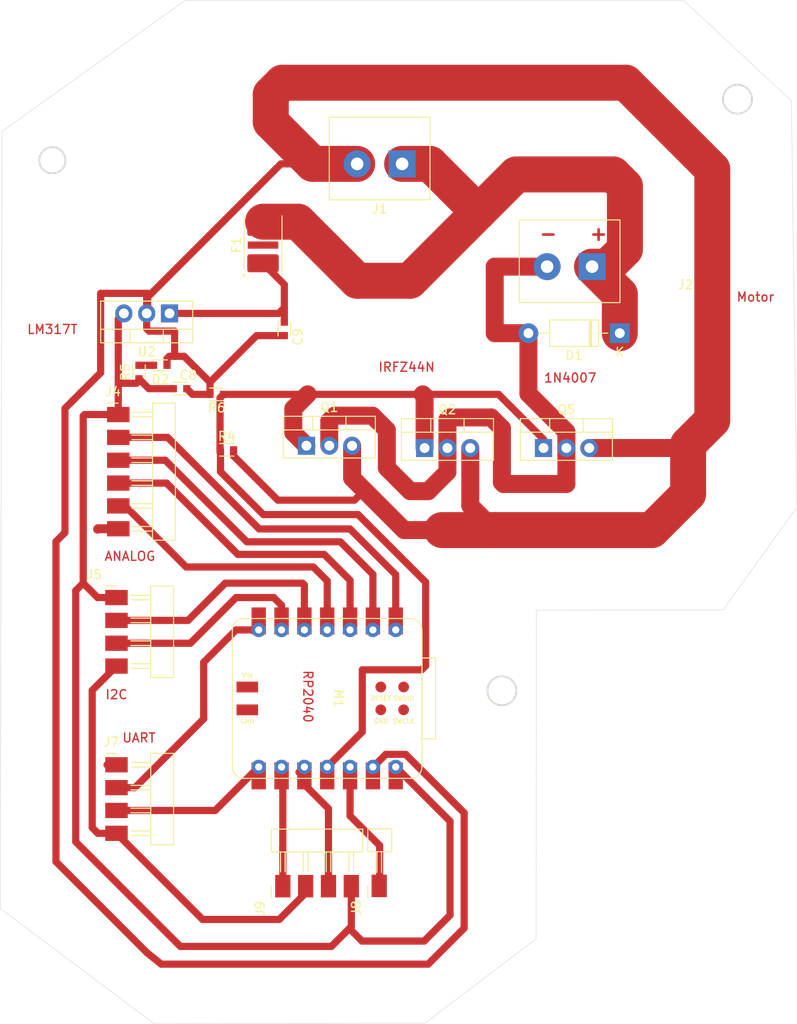
<source format=kicad_pcb>
(kicad_pcb (version 20240108) (generator "pcbnew") (generator_version "8.0")
  (layers (0 "F.Cu" signal) (31 "B.Cu" signal) (34 "B.Paste" user) (35 "F.Paste" user) (36 "B.SilkS" user "B.Silkscreen") (37 "F.SilkS" user "F.Silkscreen") (38 "B.Mask" user) (39 "F.Mask" user) (44 "Edge.Cuts" user))
  (net 0 "")
  (net 1 "GND")
  (net 2 "VCC")
  (net 3 "Net-(U2-VI)")
  (net 4 "24V")
  (net 5 "Net-(D2-A)")
  (net 7 "A1")
  (net 8 "A2")
  (net 9 "A0")
  (net 10 "A3")
  (net 11 "SDA")
  (net 12 "SCL")
  (net 13 "MOSI")
  (net 14 "MISO")
  (net 15 "SCK")
  (net 16 "RX")
  (net 17 "TX")
  (net 18 "3V")
  (net 23 "Net-(D1-A)")
  (footprint "fab:R_0603" (layer "F.Cu") (at 45.43 53.75 90)
    (property "Reference" "R5" (at 0 -1.5 90) (layer "F.SilkS"))
    (property "Value" "R_0603")
    (fp_line (start -0.8 -0.7) (end 0.8 -0.7) (stroke (width 0.12)) (layer "F.SilkS"))
    (fp_line (start 0.8 0.7) (end -0.8 0.7) (stroke (width 0.12)) (layer "F.SilkS"))
    (pad "1" smd rect (at -0.75 0 90) (size 0.8 0.8) (layers "F.Cu" "F.Paste" "F.Mask") (net 2 "VCC"))
    (pad "2" smd rect (at 0.75 0 90) (size 0.8 0.8) (layers "F.Cu" "F.Paste" "F.Mask") (net 5 "Net-(D2-A)"))
  )
  (footprint "Package_TO_SOT_THT:TO-220-3_Vertical" (layer "F.Cu") (at 77.2 62.2)
    (property "Reference" "Q2" (at 2.54 -4.27 0) (layer "F.SilkS"))
    (property "Value" "IRFZ44N")
    (fp_line (start -2.58 -3.27) (end -2.58 1.371) (stroke (width 0.12)) (layer "F.SilkS"))
    (fp_line (start -2.58 -3.27) (end 7.66 -3.27) (stroke (width 0.12)) (layer "F.SilkS"))
    (fp_line (start -2.58 -1.76) (end 7.66 -1.76) (stroke (width 0.12)) (layer "F.SilkS"))
    (fp_line (start -2.58 1.371) (end 7.66 1.371) (stroke (width 0.12)) (layer "F.SilkS"))
    (fp_line (start 0.69 -3.27) (end 0.69 -1.76) (stroke (width 0.12)) (layer "F.SilkS"))
    (fp_line (start 4.391 -3.27) (end 4.391 -1.76) (stroke (width 0.12)) (layer "F.SilkS"))
    (fp_line (start 7.66 -3.27) (end 7.66 1.371) (stroke (width 0.12)) (layer "F.SilkS"))
    (pad "1" thru_hole rect (at 0 0) (size 1.905 2) (drill 1.1) (layers "*.Cu" "*.Mask") (net 13 "MOSI"))
    (pad "2" thru_hole oval (at 2.54 0) (size 1.905 2) (drill 1.1) (layers "*.Cu" "*.Mask") (net 23 "Net-(D1-A)"))
    (pad "3" thru_hole oval (at 5.08 0) (size 1.905 2) (drill 1.1) (layers "*.Cu" "*.Mask") (net 1 "GND"))
  )
  (footprint "Package_TO_SOT_THT:TO-220-3_Vertical" (layer "F.Cu") (at 90.43 62.2)
    (property "Reference" "Q5" (at 2.54 -4.27 0) (layer "F.SilkS"))
    (property "Value" "IRFZ44N" (at -15.23 -9 0) (layer "F.Cu"))
    (fp_line (start -2.58 -3.27) (end -2.58 1.371) (stroke (width 0.12)) (layer "F.SilkS"))
    (fp_line (start -2.58 -3.27) (end 7.66 -3.27) (stroke (width 0.12)) (layer "F.SilkS"))
    (fp_line (start -2.58 -1.76) (end 7.66 -1.76) (stroke (width 0.12)) (layer "F.SilkS"))
    (fp_line (start -2.58 1.371) (end 7.66 1.371) (stroke (width 0.12)) (layer "F.SilkS"))
    (fp_line (start 0.69 -3.27) (end 0.69 -1.76) (stroke (width 0.12)) (layer "F.SilkS"))
    (fp_line (start 4.391 -3.27) (end 4.391 -1.76) (stroke (width 0.12)) (layer "F.SilkS"))
    (fp_line (start 7.66 -3.27) (end 7.66 1.371) (stroke (width 0.12)) (layer "F.SilkS"))
    (pad "1" thru_hole rect (at 0 0) (size 1.905 2) (drill 1.1) (layers "*.Cu" "*.Mask") (net 13 "MOSI"))
    (pad "2" thru_hole oval (at 2.54 0) (size 1.905 2) (drill 1.1) (layers "*.Cu" "*.Mask") (net 23 "Net-(D1-A)"))
    (pad "3" thru_hole oval (at 5.08 0) (size 1.905 2) (drill 1.1) (layers "*.Cu" "*.Mask") (net 1 "GND"))
  )
  (footprint "fab:TerminalBlock_OnShore_1x02_P5.00mm_Horizontal" (layer "F.Cu") (at 95.83 42.03 180)
    (property "Reference" "J2" (at -10.4 -2 0) (layer "F.SilkS"))
    (property "Value" "Motor" (at -18.17 -3.37 0) (layer "F.Cu"))
    (fp_line (start 8.1 -4) (end 8.1 5.2) (stroke (width 0.12)) (layer "F.SilkS"))
    (fp_line (start -3.1 5.2) (end 8.1 5.2) (stroke (width 0.12)) (layer "F.SilkS"))
    (fp_line (start -3.1 -4) (end 8.1 -4) (stroke (width 0.12)) (layer "F.SilkS"))
    (fp_line (start -3.1 -4) (end -3.1 5.2) (stroke (width 0.12)) (layer "F.SilkS"))
    (pad "1" thru_hole rect (at 0 0 180) (size 3 3) (drill 1.4) (layers "*.Cu" "*.Mask") (net 4 "24V"))
    (pad "2" thru_hole circle (at 5 0 180) (size 3 3) (drill 1.4) (layers "*.Cu" "*.Mask") (net 23 "Net-(D1-A)"))
  )
  (footprint "fab:C_0603" (layer "F.Cu") (at 61.6 48.95 -90)
    (property "Reference" "C9" (at 0.9 -1.5 90) (layer "F.SilkS"))
    (property "Value" "C_0603")
    (fp_line (start 0.8 0.7) (end -0.8 0.7) (stroke (width 0.12)) (layer "F.SilkS"))
    (fp_line (start -0.8 -0.7) (end 0.8 -0.7) (stroke (width 0.12)) (layer "F.SilkS"))
    (pad "1" smd rect (at -0.75 0 270) (size 0.8 0.8) (layers "F.Cu" "F.Paste" "F.Mask") (net 3 "Net-(U2-VI)"))
    (pad "2" smd rect (at 0.75 0 270) (size 0.8 0.8) (layers "F.Cu" "F.Paste" "F.Mask") (net 1 "GND"))
  )
  (footprint "Diode_THT:D_DO-41_SOD81_P10.16mm_Horizontal" (layer "F.Cu") (at 98.91 49.43 180)
    (property "Reference" "D1" (at 5.08 -2.47 0) (layer "F.SilkS"))
    (property "Value" "1N4007" (at 5.51 -4.97 0) (layer "F.Cu"))
    (fp_line (start 8.82 0) (end 7.8 0) (stroke (width 0.12)) (layer "F.SilkS"))
    (fp_line (start 7.8 1.47) (end 7.8 -1.47) (stroke (width 0.12)) (layer "F.SilkS"))
    (fp_line (start 7.8 -1.47) (end 2.36 -1.47) (stroke (width 0.12)) (layer "F.SilkS"))
    (fp_line (start 3.38 -1.47) (end 3.38 1.47) (stroke (width 0.12)) (layer "F.SilkS"))
    (fp_line (start 3.26 -1.47) (end 3.26 1.47) (stroke (width 0.12)) (layer "F.SilkS"))
    (fp_line (start 3.14 -1.47) (end 3.14 1.47) (stroke (width 0.12)) (layer "F.SilkS"))
    (fp_line (start 2.36 1.47) (end 7.8 1.47) (stroke (width 0.12)) (layer "F.SilkS"))
    (fp_line (start 2.36 -1.47) (end 2.36 1.47) (stroke (width 0.12)) (layer "F.SilkS"))
    (fp_line (start 1.34 0) (end 2.36 0) (stroke (width 0.12)) (layer "F.SilkS"))
    (fp_text user "K" (at 0 -2.1 0) (layer "F.SilkS"))
    (pad "1" thru_hole rect (at 0 0 180) (size 2.2 2.2) (drill 1.1) (layers "*.Cu" "*.Mask") (net 4 "24V"))
    (pad "2" thru_hole oval (at 10.16 0 180) (size 2.2 2.2) (drill 1.1) (layers "*.Cu" "*.Mask") (net 23 "Net-(D1-A)"))
  )
  (footprint "fab:TerminalBlock_OnShore_1x02_P5.00mm_Horizontal" (layer "F.Cu") (at 74.7 30.6 180)
    (property "Reference" "J1" (at 2.5 -5 0) (layer "F.SilkS"))
    (property "Value" "Screw_Terminal_01x02_P5mm" (hide yes))
    (fp_line (start 8.1 -4) (end 8.1 5.2) (stroke (width 0.12)) (layer "F.SilkS"))
    (fp_line (start -3.1 5.2) (end 8.1 5.2) (stroke (width 0.12)) (layer "F.SilkS"))
    (fp_line (start -3.1 -4) (end 8.1 -4) (stroke (width 0.12)) (layer "F.SilkS"))
    (fp_line (start -3.1 -4) (end -3.1 5.2) (stroke (width 0.12)) (layer "F.SilkS"))
    (pad "1" thru_hole rect (at 0 0 180) (size 3 3) (drill 1.4) (layers "*.Cu" "*.Mask") (net 4 "24V"))
    (pad "2" thru_hole circle (at 5 0 180) (size 3 3) (drill 1.4) (layers "*.Cu" "*.Mask") (net 1 "GND"))
  )
  (footprint "Fuse:Fuse_Bourns_TBU-CA" (layer "F.Cu") (at 59.23 39.63 90)
    (property "Reference" "F1" (at 0 -2.95 90) (layer "F.SilkS"))
    (property "Value" "TBU-CA-025-050-WH")
    (fp_line (start -2.67 -2.11) (end 3.25 -2.11) (stroke (width 0.12)) (layer "F.SilkS"))
    (fp_line (start -3.25 2.11) (end 3.25 2.11) (stroke (width 0.12)) (layer "F.SilkS"))
    (fp_poly (pts (xy -3.26 -2.04) (xy -3.54 -2.04) (xy -3.26 -2.32) (xy -3.26 -2.04)) (stroke (width 0.12)) (fill solid) (layer "F.SilkS"))
    (pad "1" smd roundrect (at -2.025 0 90) (size 2 3.5) (layers "F.Cu" "F.Paste" "F.Mask") (roundrect_rratio 0.125) (net 3 "Net-(U2-VI)"))
    (pad "2" smd rect (at 0 0 90) (size 0.8 3.4) (layers "F.Cu" "F.Paste" "F.Mask"))
    (pad "3" smd roundrect (at 2.025 0 90) (size 2 3.5) (layers "F.Cu" "F.Paste" "F.Mask") (roundrect_rratio 0.125) (net 4 "24V"))
  )
  (footprint "fab:R_0603" (layer "F.Cu") (at 55.2 62.4)
    (property "Reference" "R4" (at 0 -1.5 0) (layer "F.SilkS"))
    (property "Value" "R_0603")
    (fp_line (start -0.8 -0.7) (end 0.8 -0.7) (stroke (width 0.12)) (layer "F.SilkS"))
    (fp_line (start 0.8 0.7) (end -0.8 0.7) (stroke (width 0.12)) (layer "F.SilkS"))
    (pad "1" smd rect (at -0.75 0) (size 0.8 0.8) (layers "F.Cu" "F.Paste" "F.Mask") (net 13 "MOSI"))
    (pad "2" smd rect (at 0.75 0) (size 0.8 0.8) (layers "F.Cu" "F.Paste" "F.Mask") (net 1 "GND"))
  )
  (footprint "fab:PinHeader_01x04_P2.54mm_Horizontal_SMD" (layer "F.Cu") (at 42.93 97.43)
    (property "Reference" "J7" (at -1.524 -2.54 180) (layer "F.SilkS") (effects (justify left)))
    (property "Value" "UART" (at 2.5 -3 0) (layer "F.Cu"))
    (fp_line (start -1.27 -1.27) (end 0 -1.27) (stroke (width 0.12)) (layer "F.SilkS"))
    (fp_line (start 3.81 -1.27) (end 6.35 -1.27) (stroke (width 0.12)) (layer "F.SilkS"))
    (fp_line (start 3.81 -0.254) (end 1.6 -0.254) (stroke (width 0.12)) (layer "F.SilkS"))
    (fp_line (start 3.81 0.254) (end 1.6 0.254) (stroke (width 0.12)) (layer "F.SilkS"))
    (fp_line (start 3.81 2.286) (end 1.6 2.286) (stroke (width 0.12)) (layer "F.SilkS"))
    (fp_line (start 3.81 2.794) (end 1.6 2.794) (stroke (width 0.12)) (layer "F.SilkS"))
    (fp_line (start 3.81 4.826) (end 1.6 4.826) (stroke (width 0.12)) (layer "F.SilkS"))
    (fp_line (start 3.81 5.334) (end 1.6 5.334) (stroke (width 0.12)) (layer "F.SilkS"))
    (fp_line (start 3.81 7.366) (end 1.6 7.366) (stroke (width 0.12)) (layer "F.SilkS"))
    (fp_line (start 3.81 7.874) (end 1.6 7.874) (stroke (width 0.12)) (layer "F.SilkS"))
    (fp_line (start 3.81 8.89) (end 3.81 -1.27) (stroke (width 0.12)) (layer "F.SilkS"))
    (fp_line (start 6.35 -1.27) (end 6.35 8.89) (stroke (width 0.12)) (layer "F.SilkS"))
    (fp_line (start 6.35 8.89) (end 3.81 8.89) (stroke (width 0.12)) (layer "F.SilkS"))
    (pad "1" smd rect (at 0 0) (size 2.5 1.7) (layers "F.Cu" "F.Paste" "F.Mask") (net 2 "VCC"))
    (pad "2" smd rect (at 0 2.54) (size 2.5 1.7) (layers "F.Cu" "F.Paste" "F.Mask") (net 17 "TX"))
    (pad "3" smd rect (at 0 5.08) (size 2.5 1.7) (layers "F.Cu" "F.Paste" "F.Mask") (net 16 "RX"))
    (pad "4" smd rect (at 0 7.62) (size 2.5 1.7) (layers "F.Cu" "F.Paste" "F.Mask") (net 1 "GND"))
  )
  (footprint "fab:R_0603" (layer "F.Cu") (at 54.08 56.23 180)
    (property "Reference" "R6" (at 0 -1.5 0) (layer "F.SilkS"))
    (property "Value" "R_0603")
    (fp_line (start 0.8 0.7) (end -0.8 0.7) (stroke (width 0.12)) (layer "F.SilkS"))
    (fp_line (start -0.8 -0.7) (end 0.8 -0.7) (stroke (width 0.12)) (layer "F.SilkS"))
    (pad "1" smd rect (at -0.75 0 180) (size 0.8 0.8) (layers "F.Cu" "F.Paste" "F.Mask") (net 13 "MOSI"))
    (pad "2" smd rect (at 0.75 0 180) (size 0.8 0.8) (layers "F.Cu" "F.Paste" "F.Mask") (net 1 "GND"))
  )
  (footprint "fab:PinHeader_01x06_P2.54mm_Horizontal_SMD" (layer "F.Cu") (at 43.13 58.48)
    (property "Reference" "J4" (at -1.524 -2.54 180) (layer "F.SilkS") (effects (justify left)))
    (property "Value" "ANALOG" (at 1.3 15.75 0) (layer "F.Cu"))
    (fp_line (start -1.27 -1.27) (end 0 -1.27) (stroke (width 0.12)) (layer "F.SilkS"))
    (fp_line (start 3.81 -1.27) (end 6.35 -1.27) (stroke (width 0.12)) (layer "F.SilkS"))
    (fp_line (start 3.81 -0.254) (end 1.5 -0.254) (stroke (width 0.12)) (layer "F.SilkS"))
    (fp_line (start 3.81 0.254) (end 1.5 0.254) (stroke (width 0.12)) (layer "F.SilkS"))
    (fp_line (start 3.81 2.286) (end 1.5 2.286) (stroke (width 0.12)) (layer "F.SilkS"))
    (fp_line (start 3.81 2.794) (end 1.5 2.794) (stroke (width 0.12)) (layer "F.SilkS"))
    (fp_line (start 3.81 4.826) (end 1.5 4.826) (stroke (width 0.12)) (layer "F.SilkS"))
    (fp_line (start 3.81 5.334) (end 1.5 5.334) (stroke (width 0.12)) (layer "F.SilkS"))
    (fp_line (start 3.81 7.366) (end 1.5 7.366) (stroke (width 0.12)) (layer "F.SilkS"))
    (fp_line (start 3.81 7.874) (end 1.5 7.874) (stroke (width 0.12)) (layer "F.SilkS"))
    (fp_line (start 3.81 9.906) (end 1.5 9.906) (stroke (width 0.12)) (layer "F.SilkS"))
    (fp_line (start 3.81 10.414) (end 1.5 10.414) (stroke (width 0.12)) (layer "F.SilkS"))
    (fp_line (start 3.81 12.446) (end 1.5 12.446) (stroke (width 0.12)) (layer "F.SilkS"))
    (fp_line (start 3.81 12.954) (end 1.5 12.954) (stroke (width 0.12)) (layer "F.SilkS"))
    (fp_line (start 3.81 13.97) (end 3.81 -1.27) (stroke (width 0.12)) (layer "F.SilkS"))
    (fp_line (start 6.35 -1.27) (end 6.35 13.97) (stroke (width 0.12)) (layer "F.SilkS"))
    (fp_line (start 6.35 13.97) (end 3.81 13.97) (stroke (width 0.12)) (layer "F.SilkS"))
    (pad "1" smd rect (at 0 0) (size 2.5 1.7) (layers "F.Cu" "F.Paste" "F.Mask") (net 2 "VCC"))
    (pad "2" smd rect (at 0 2.54) (size 2.5 1.7) (layers "F.Cu" "F.Paste" "F.Mask") (net 9 "A0"))
    (pad "3" smd rect (at 0 5.08) (size 2.5 1.7) (layers "F.Cu" "F.Paste" "F.Mask") (net 7 "A1"))
    (pad "4" smd rect (at 0 7.62) (size 2.5 1.7) (layers "F.Cu" "F.Paste" "F.Mask") (net 8 "A2"))
    (pad "5" smd rect (at 0 10.16) (size 2.5 1.7) (layers "F.Cu" "F.Paste" "F.Mask") (net 10 "A3"))
    (pad "6" smd rect (at 0 12.7) (size 2.5 1.7) (layers "F.Cu" "F.Paste" "F.Mask") (net 1 "GND"))
  )
  (footprint "fab:PinHeader_01x01_P2.54mm_Horizontal_SMD" (layer "F.Cu") (at 72.15 110.9 90)
    (property "Reference" "J8" (at -1.524 -2.54 90) (layer "F.SilkS") (effects (justify right)))
    (property "Value" "3V")
    (fp_line (start 6.35 -1.27) (end 6.35 1.397) (stroke (width 0.12)) (layer "F.SilkS"))
    (fp_line (start 3.81 -1.27) (end 6.35 -1.27) (stroke (width 0.12)) (layer "F.SilkS"))
    (fp_line (start -1.27 -1.27) (end 0 -1.27) (stroke (width 0.12)) (layer "F.SilkS"))
    (fp_line (start 3.81 -0.254) (end 1.5 -0.254) (stroke (width 0.12)) (layer "F.SilkS"))
    (fp_line (start 3.81 0.254) (end 1.5 0.254) (stroke (width 0.12)) (layer "F.SilkS"))
    (fp_line (start 6.35 1.397) (end 3.81 1.397) (stroke (width 0.12)) (layer "F.SilkS"))
    (fp_line (start 3.81 1.397) (end 3.81 -1.27) (stroke (width 0.12)) (layer "F.SilkS"))
    (pad "1" smd rect (at 0 0 90) (size 2.5 1.7) (layers "F.Cu" "F.Paste" "F.Mask") (net 18 "3V"))
  )
  (footprint "fab:PinHeader_01x04_P2.54mm_Horizontal_SMD" (layer "F.Cu") (at 61.43 110.93 90)
    (property "Reference" "J9" (at -1.524 -2.54 90) (layer "F.SilkS") (effects (justify right)))
    (property "Value" "SPI")
    (fp_line (start 6.35 -1.27) (end 6.35 8.89) (stroke (width 0.12)) (layer "F.SilkS"))
    (fp_line (start 3.81 -1.27) (end 6.35 -1.27) (stroke (width 0.12)) (layer "F.SilkS"))
    (fp_line (start -1.27 -1.27) (end 0 -1.27) (stroke (width 0.12)) (layer "F.SilkS"))
    (fp_line (start 3.81 -0.254) (end 1.6 -0.254) (stroke (width 0.12)) (layer "F.SilkS"))
    (fp_line (start 3.81 0.254) (end 1.6 0.254) (stroke (width 0.12)) (layer "F.SilkS"))
    (fp_line (start 3.81 2.286) (end 1.6 2.286) (stroke (width 0.12)) (layer "F.SilkS"))
    (fp_line (start 3.81 2.794) (end 1.6 2.794) (stroke (width 0.12)) (layer "F.SilkS"))
    (fp_line (start 3.81 4.826) (end 1.6 4.826) (stroke (width 0.12)) (layer "F.SilkS"))
    (fp_line (start 3.81 5.334) (end 1.6 5.334) (stroke (width 0.12)) (layer "F.SilkS"))
    (fp_line (start 3.81 7.366) (end 1.6 7.366) (stroke (width 0.12)) (layer "F.SilkS"))
    (fp_line (start 3.81 7.874) (end 1.6 7.874) (stroke (width 0.12)) (layer "F.SilkS"))
    (fp_line (start 6.35 8.89) (end 3.81 8.89) (stroke (width 0.12)) (layer "F.SilkS"))
    (fp_line (start 3.81 8.89) (end 3.81 -1.27) (stroke (width 0.12)) (layer "F.SilkS"))
    (pad "1" smd rect (at 0 0 90) (size 2.5 1.7) (layers "F.Cu" "F.Paste" "F.Mask") (net 15 "SCK"))
    (pad "2" smd rect (at 0 2.54 90) (size 2.5 1.7) (layers "F.Cu" "F.Paste" "F.Mask") (net 1 "GND"))
    (pad "3" smd rect (at 0 5.08 90) (size 2.5 1.7) (layers "F.Cu" "F.Paste" "F.Mask") (net 14 "MISO"))
    (pad "4" smd rect (at 0 7.62 90) (size 2.5 1.7) (layers "F.Cu" "F.Paste" "F.Mask") (net 2 "VCC"))
  )
  (footprint "fab:C_0603" (layer "F.Cu") (at 50 55.6)
    (property "Reference" "C8" (at 0.9 -1.5 0) (layer "F.SilkS"))
    (property "Value" "C_0603")
    (fp_line (start -0.8 -0.7) (end 0.8 -0.7) (stroke (width 0.12)) (layer "F.SilkS"))
    (fp_line (start 0.8 0.7) (end -0.8 0.7) (stroke (width 0.12)) (layer "F.SilkS"))
    (pad "1" smd rect (at -0.75 0) (size 0.8 0.8) (layers "F.Cu" "F.Paste" "F.Mask") (net 2 "VCC"))
    (pad "2" smd rect (at 0.75 0) (size 0.8 0.8) (layers "F.Cu" "F.Paste" "F.Mask") (net 1 "GND"))
  )
  (footprint "fab:LED_0603" (layer "F.Cu") (at 47.8 53 180)
    (property "Reference" "D2" (at 0 -1.6 0) (layer "F.SilkS"))
    (property "Value" "LED_0603")
    (fp_line (start -0.8 0.6) (end 0.8 0.6) (stroke (width 0.12)) (layer "F.SilkS"))
    (fp_line (start -0.8 -0.6) (end 0.8 -0.6) (stroke (width 0.12)) (layer "F.SilkS"))
    (pad "1" smd rect (at -0.75 0 180) (size 0.8 0.8) (layers "F.Cu" "F.Paste" "F.Mask") (net 1 "GND"))
    (pad "2" smd rect (at 0.75 0 180) (size 0.8 0.8) (layers "F.Cu" "F.Paste" "F.Mask") (net 5 "Net-(D2-A)"))
  )
  (footprint "fab:SeeedStudio_XIAO_RP2040" (layer "F.Cu") (at 66.37 90.045 -90)
    (property "Reference" "M1" (at 0 -1.27 -90) (layer "F.SilkS"))
    (property "Value" "RP2040" (at -0.215 2.14 -90) (layer "F.Cu"))
    (fp_line (start 7.6225 10.551) (end -7.6175 10.551) (stroke (width 0.12)) (layer "F.SilkS"))
    (fp_line (start -8.8875 9.281) (end -8.8875 -9.261) (stroke (width 0.12)) (layer "F.SilkS"))
    (fp_line (start 8.8925 -9.261) (end 8.8925 9.281) (stroke (width 0.12)) (layer "F.SilkS"))
    (fp_line (start -7.6175 -10.531) (end 7.6225 -10.531) (stroke (width 0.12)) (layer "F.SilkS"))
    (fp_rect (start -4.4975 -10.531) (end 4.5025 -12.055) (stroke (width 0.12)) (fill none) (layer "F.SilkS"))
    (fp_arc (start -7.6175 10.551) (mid -8.515526 10.179026) (end -8.8875 9.281) (stroke (width 0.12)) (layer "F.SilkS"))
    (fp_arc (start 8.8925 9.281) (mid 8.520526 10.179026) (end 7.6225 10.551) (stroke (width 0.12)) (layer "F.SilkS"))
    (fp_arc (start -8.8875 -9.261) (mid -8.515526 -10.159026) (end -7.6175 -10.531) (stroke (width 0.12)) (layer "F.SilkS"))
    (fp_arc (start 7.6225 -10.531) (mid 8.520526 -10.159026) (end 8.8925 -9.261) (stroke (width 0.12)) (layer "F.SilkS"))
    (fp_text user "SWDIO" (at 0 -8.5 0) (layer "F.SilkS") (effects (font (size 0.5 0.5) (thickness 0.1) (bold yes))))
    (fp_text user "RESET" (at 0 -5.96 0) (layer "F.SilkS") (effects (font (size 0.5 0.5) (thickness 0.1) (bold yes))))
    (fp_text user "GND" (at 2.54 -5.96 0) (layer "F.SilkS") (effects (font (size 0.5 0.5) (thickness 0.1) (bold yes))))
    (fp_text user "VIN" (at -2.535 8.89 0) (layer "F.SilkS") (effects (font (size 0.5 0.5) (thickness 0.1) (bold yes))))
    (fp_text user "SWCLK" (at 2.54 -8.5 0) (layer "F.SilkS") (effects (font (size 0.5 0.5) (thickness 0.1) (bold yes))))
    (fp_text user "GND" (at 2.545 8.89 0) (layer "F.SilkS") (effects (font (size 0.5 0.5) (thickness 0.1) (bold yes))))
    (pad "1" thru_hole circle (at -7.615 -7.62 270) (size 1.6 1.6) (drill 0.8) (layers "*.Cu" "*.Mask") (net 9 "A0"))
    (pad "1" smd rect (at -7.615 -7.62 270) (size 3 1.6) (drill (offset -1 0)) (layers "F.Cu" "F.Paste" "F.Mask") (net 9 "A0"))
    (pad "2" thru_hole circle (at -7.615 -5.08 270) (size 1.6 1.6) (drill 0.8) (layers "*.Cu" "*.Mask") (net 7 "A1"))
    (pad "2" smd rect (at -7.615 -5.08 270) (size 3 1.6) (drill (offset -1 0)) (layers "F.Cu" "F.Paste" "F.Mask") (net 7 "A1"))
    (pad "3" thru_hole circle (at -7.615 -2.54 270) (size 1.6 1.6) (drill 0.8) (layers "*.Cu" "*.Mask") (net 8 "A2"))
    (pad "3" smd rect (at -7.615 -2.54 270) (size 3 1.6) (drill (offset -1 0)) (layers "F.Cu" "F.Paste" "F.Mask") (net 8 "A2"))
    (pad "4" thru_hole circle (at -7.615 0 270) (size 1.6 1.6) (drill 0.8) (layers "*.Cu" "*.Mask") (net 10 "A3"))
    (pad "4" smd rect (at -7.615 0 270) (size 3 1.6) (drill (offset -1 0)) (layers "F.Cu" "F.Paste" "F.Mask") (net 10 "A3"))
    (pad "5" thru_hole circle (at -7.615 2.54 270) (size 1.6 1.6) (drill 0.8) (layers "*.Cu" "*.Mask") (net 11 "SDA"))
    (pad "5" smd rect (at -7.615 2.54 270) (size 3 1.6) (drill (offset -1 0)) (layers "F.Cu" "F.Paste" "F.Mask") (net 11 "SDA"))
    (pad "6" thru_hole circle (at -7.615 5.08 270) (size 1.6 1.6) (drill 0.8) (layers "*.Cu" "*.Mask") (net 12 "SCL"))
    (pad "6" smd rect (at -7.615 5.08 270) (size 3 1.6) (drill (offset -1 0)) (layers "F.Cu" "F.Paste" "F.Mask") (net 12 "SCL"))
    (pad "7" thru_hole circle (at -7.615 7.62 270) (size 1.6 1.6) (drill 0.8) (layers "*.Cu" "*.Mask") (net 17 "TX"))
    (pad "7" smd rect (at -7.615 7.62 270) (size 3 1.6) (drill (offset -1 0)) (layers "F.Cu" "F.Paste" "F.Mask") (net 17 "TX"))
    (pad "8" thru_hole circle (at 7.62 7.62 270) (size 1.6 1.6) (drill 0.8) (layers "*.Cu" "*.Mask") (net 16 "RX"))
    (pad "8" smd rect (at 7.62 7.62 270) (size 3 1.6) (drill (offset 1 0)) (layers "F.Cu" "F.Paste" "F.Mask") (net 16 "RX"))
    (pad "9" thru_hole circle (at 7.62 5.08 270) (size 1.6 1.6) (drill 0.8) (layers "*.Cu" "*.Mask") (net 15 "SCK"))
    (pad "9" smd rect (at 7.62 5.08 270) (size 3 1.6) (drill (offset 1 0)) (layers "F.Cu" "F.Paste" "F.Mask") (net 15 "SCK"))
    (pad "10" thru_hole circle (at 7.62 2.54 270) (size 1.6 1.6) (drill 0.8) (layers "*.Cu" "*.Mask") (net 14 "MISO"))
    (pad "10" smd rect (at 7.62 2.54 270) (size 3 1.6) (drill (offset 1 0)) (layers "F.Cu" "F.Paste" "F.Mask") (net 14 "MISO"))
    (pad "11" thru_hole circle (at 7.62 0 270) (size 1.6 1.6) (drill 0.8) (layers "*.Cu" "*.Mask") (net 13 "MOSI"))
    (pad "11" smd rect (at 7.62 0 270) (size 3 1.6) (drill (offset 1 0)) (layers "F.Cu" "F.Paste" "F.Mask") (net 13 "MOSI"))
    (pad "12" thru_hole circle (at 7.62 -2.54 270) (size 1.6 1.6) (drill 0.8) (layers "*.Cu" "*.Mask") (net 18 "3V"))
    (pad "12" smd rect (at 7.62 -2.54 270) (size 3 1.6) (drill (offset 1 0)) (layers "F.Cu" "F.Paste" "F.Mask") (net 18 "3V"))
    (pad "13" thru_hole circle (at 7.62 -5.08 270) (size 1.6 1.6) (drill 0.8) (layers "*.Cu" "*.Mask") (net 1 "GND"))
    (pad "13" smd rect (at 7.62 -5.08 270) (size 3 1.6) (drill (offset 1 0)) (layers "F.Cu" "F.Paste" "F.Mask") (net 1 "GND"))
    (pad "14" thru_hole circle (at 7.62 -7.62 270) (size 1.6 1.6) (drill 0.8) (layers "*.Cu" "*.Mask") (net 2 "VCC"))
    (pad "14" smd rect (at 7.62 -7.62 270) (size 3 1.6) (drill (offset 1 0)) (layers "F.Cu" "F.Paste" "F.Mask") (net 2 "VCC"))
    (pad "15" smd rect (at 1.275 8.89 180) (size 2.4 1.2) (layers "F.Cu" "F.Paste" "F.Mask") (net 1 "GND"))
    (pad "16" smd rect (at -1.265 8.89 180) (size 2.4 1.2) (layers "F.Cu" "F.Paste" "F.Mask"))
    (pad "17" smd circle (at -1.27 -8.5 270) (size 1.2 1.2) (layers "F.Cu" "F.Paste" "F.Mask"))
    (pad "18" smd circle (at -1.27 -5.96 270) (size 1.2 1.2) (layers "F.Cu" "F.Paste" "F.Mask"))
    (pad "19" smd circle (at 1.27 -5.96 270) (size 1.2 1.2) (layers "F.Cu" "F.Paste" "F.Mask") (net 1 "GND"))
    (pad "20" smd circle (at 1.27 -8.5 270) (size 1.2 1.2) (layers "F.Cu" "F.Paste" "F.Mask"))
  )
  (footprint "fab:PinHeader_01x04_P2.54mm_Horizontal_SMD" (layer "F.Cu") (at 42.93 78.83)
    (property "Reference" "J5" (at -1.524 -2.54 0) (layer "F.SilkS") (effects (justify right)))
    (property "Value" "I2C" (at 0 10.795 0) (layer "F.Cu"))
    (fp_line (start -1.27 -1.27) (end 0 -1.27) (stroke (width 0.12)) (layer "F.SilkS"))
    (fp_line (start 3.81 -1.27) (end 6.35 -1.27) (stroke (width 0.12)) (layer "F.SilkS"))
    (fp_line (start 3.81 -0.254) (end 1.6 -0.254) (stroke (width 0.12)) (layer "F.SilkS"))
    (fp_line (start 3.81 0.254) (end 1.6 0.254) (stroke (width 0.12)) (layer "F.SilkS"))
    (fp_line (start 3.81 2.286) (end 1.6 2.286) (stroke (width 0.12)) (layer "F.SilkS"))
    (fp_line (start 3.81 2.794) (end 1.6 2.794) (stroke (width 0.12)) (layer "F.SilkS"))
    (fp_line (start 3.81 4.826) (end 1.6 4.826) (stroke (width 0.12)) (layer "F.SilkS"))
    (fp_line (start 3.81 5.334) (end 1.6 5.334) (stroke (width 0.12)) (layer "F.SilkS"))
    (fp_line (start 3.81 7.366) (end 1.6 7.366) (stroke (width 0.12)) (layer "F.SilkS"))
    (fp_line (start 3.81 7.874) (end 1.6 7.874) (stroke (width 0.12)) (layer "F.SilkS"))
    (fp_line (start 3.81 8.89) (end 3.81 -1.27) (stroke (width 0.12)) (layer "F.SilkS"))
    (fp_line (start 6.35 -1.27) (end 6.35 8.89) (stroke (width 0.12)) (layer "F.SilkS"))
    (fp_line (start 6.35 8.89) (end 3.81 8.89) (stroke (width 0.12)) (layer "F.SilkS"))
    (pad "1" smd rect (at 0 0) (size 2.5 1.7) (layers "F.Cu" "F.Paste" "F.Mask") (net 2 "VCC"))
    (pad "2" smd rect (at 0 2.54) (size 2.5 1.7) (layers "F.Cu" "F.Paste" "F.Mask") (net 11 "SDA"))
    (pad "3" smd rect (at 0 5.08) (size 2.5 1.7) (layers "F.Cu" "F.Paste" "F.Mask") (net 12 "SCL"))
    (pad "4" smd rect (at 0 7.62) (size 2.5 1.7) (layers "F.Cu" "F.Paste" "F.Mask") (net 1 "GND"))
  )
  (footprint "Package_TO_SOT_THT:TO-220-3_Vertical" (layer "F.Cu") (at 64.06 61.945)
    (property "Reference" "Q1" (at 2.54 -4.27 0) (layer "F.SilkS"))
    (property "Value" "IRFZ44N")
    (fp_line (start -2.58 -3.27) (end -2.58 1.371) (stroke (width 0.12)) (layer "F.SilkS"))
    (fp_line (start -2.58 -3.27) (end 7.66 -3.27) (stroke (width 0.12)) (layer "F.SilkS"))
    (fp_line (start -2.58 -1.76) (end 7.66 -1.76) (stroke (width 0.12)) (layer "F.SilkS"))
    (fp_line (start -2.58 1.371) (end 7.66 1.371) (stroke (width 0.12)) (layer "F.SilkS"))
    (fp_line (start 0.69 -3.27) (end 0.69 -1.76) (stroke (width 0.12)) (layer "F.SilkS"))
    (fp_line (start 4.391 -3.27) (end 4.391 -1.76) (stroke (width 0.12)) (layer "F.SilkS"))
    (fp_line (start 7.66 -3.27) (end 7.66 1.371) (stroke (width 0.12)) (layer "F.SilkS"))
    (pad "1" thru_hole rect (at 0 0) (size 1.905 2) (drill 1.1) (layers "*.Cu" "*.Mask") (net 13 "MOSI"))
    (pad "2" thru_hole oval (at 2.54 0) (size 1.905 2) (drill 1.1) (layers "*.Cu" "*.Mask") (net 23 "Net-(D1-A)"))
    (pad "3" thru_hole oval (at 5.08 0) (size 1.905 2) (drill 1.1) (layers "*.Cu" "*.Mask") (net 1 "GND"))
  )
  (footprint "Package_TO_SOT_THT:TO-220-3_Vertical" (layer "F.Cu") (at 48.83 47.23 180)
    (property "Reference" "U2" (at 2.54 -4.27 0) (layer "F.SilkS"))
    (property "Value" "LM317T" (at 13.03 -1.77 0) (layer "F.Cu"))
    (fp_line (start 7.66 -3.27) (end 7.66 1.371) (stroke (width 0.12)) (layer "F.SilkS"))
    (fp_line (start 4.391 -3.27) (end 4.391 -1.76) (stroke (width 0.12)) (layer "F.SilkS"))
    (fp_line (start 0.69 -3.27) (end 0.69 -1.76) (stroke (width 0.12)) (layer "F.SilkS"))
    (fp_line (start -2.58 1.371) (end 7.66 1.371) (stroke (width 0.12)) (layer "F.SilkS"))
    (fp_line (start -2.58 -1.76) (end 7.66 -1.76) (stroke (width 0.12)) (layer "F.SilkS"))
    (fp_line (start -2.58 -3.27) (end 7.66 -3.27) (stroke (width 0.12)) (layer "F.SilkS"))
    (fp_line (start -2.58 -3.27) (end -2.58 1.371) (stroke (width 0.12)) (layer "F.SilkS"))
    (pad "1" thru_hole rect (at 0 0 180) (size 1.905 2) (drill 1.1) (layers "*.Cu" "*.Mask") (net 3 "Net-(U2-VI)"))
    (pad "2" thru_hole oval (at 2.54 0 180) (size 1.905 2) (drill 1.1) (layers "*.Cu" "*.Mask") (net 1 "GND"))
    (pad "3" thru_hole oval (at 5.08 0 180) (size 1.905 2) (drill 1.1) (layers "*.Cu" "*.Mask") (net 2 "VCC"))
  )
  (gr_line (start 89.63 80.23) (end 89.6 116.8) (stroke (width 0.05)) (layer "Edge.Cuts"))
  (gr_line (start 106 12.4) (end 118 23.6) (stroke (width 0.05)) (layer "Edge.Cuts"))
  (gr_line (start 30 113.4) (end 30.2 27) (stroke (width 0.05)) (layer "Edge.Cuts"))
  (gr_line (start 118.6 68.8) (end 118 23.6) (stroke (width 0.05)) (layer "Edge.Cuts"))
  (gr_circle (center 112 23.4) (end 113.6 23.6) (stroke (width 0.2)) (fill none) (layer "Edge.Cuts"))
  (gr_line (start 47.15 126.25) (end 30 113.4) (stroke (width 0.05)) (layer "Edge.Cuts"))
  (gr_line (start 106 12.4) (end 50.6 12.4) (stroke (width 0.05)) (layer "Edge.Cuts"))
  (gr_line (start 110.4 80.2) (end 118.6 68.8) (stroke (width 0.05)) (layer "Edge.Cuts"))
  (gr_circle (center 35.8 30.2) (end 37.2 30.6) (stroke (width 0.2)) (fill none) (layer "Edge.Cuts"))
  (gr_line (start 50.6 12.4) (end 30.2 27) (stroke (width 0.05)) (layer "Edge.Cuts"))
  (gr_circle (center 85.8 89.2) (end 87.4 89.4) (stroke (width 0.2)) (fill none) (layer "Edge.Cuts"))
  (gr_line (start 89.6 116.8) (end 77.25 126.15) (stroke (width 0.05)) (layer "Edge.Cuts"))
  (gr_line (start 89.63 80.23) (end 110.4 80.2) (stroke (width 0.05)) (layer "Edge.Cuts"))
  (gr_line (start 77.25 126.15) (end 47.15 126.25) (stroke (width 0.05)) (layer "Edge.Cuts"))
  (gr_text "+" (at 95.43 39.23 0) (layer "F.Cu") (effects (font (size 1.5 1.5) (thickness 0.3) (bold yes)) (justify left bottom)))
  (gr_text "-" (at 89.83 39.23 0) (layer "F.Cu") (effects (font (size 1.5 1.5) (thickness 0.3) (bold yes)) (justify left bottom)))
  (segment (start 69.4 68) (end 60.875 68) (width 0.8) (layer "F.Cu") (net 1))
  (segment (start 46.29 47.84444) (end 46.29 47.23) (width 0.8) (layer "F.Cu") (net 1))
  (segment (start 46.29 45.525) (end 61.215 30.6) (width 0.8) (layer "F.Cu") (net 1))
  (segment (start 70.5 66.9) (end 69.4 68) (width 0.8) (layer "F.Cu") (net 1))
  (segment (start 40.88 71.18) (end 40.83 71.23) (width 1) (layer "F.Cu") (net 1))
  (segment (start 60.090572 22.862172) (end 60.090572 25.941329) (width 4) (layer "F.Cu") (net 1))
  (segment (start 61.6 49.7) (end 58.51444 49.7) (width 0.8) (layer "F.Cu") (net 1))
  (segment (start 63.97 111.69) (end 61.03 114.63) (width 0.8) (layer "F.Cu") (net 1))
  (segment (start 50.44556 52) (end 53.33 54.88444) (width 0.8) (layer "F.Cu") (net 1))
  (segment (start 52.51 114.63) (end 42.93 105.05) (width 0.8) (layer "F.Cu") (net 1))
  (segment (start 48.55 52.25) (end 48.8 52) (width 0.8) (layer "F.Cu") (net 1))
  (segment (start 60.875 68) (end 55.95 63.075) (width 0.8) (layer "F.Cu") (net 1))
  (segment (start 46.4 47.12) (end 46.4 45) (width 0.8) (layer "F.Cu") (net 1))
  (segment (start 46.326307 118.326307) (end 46.947196 118.827024) (width 0.8) (layer "F.Cu") (net 1))
  (segment (start 42.17 71.18) (end 43.13 71.18) (width 1) (layer "F.Cu") (net 1))
  (segment (start 49.4 52) (end 49.4 49.2) (width 0.8) (layer "F.Cu") (net 1))
  (segment (start 43.13 71.18) (end 40.88 71.18) (width 1) (layer "F.Cu") (net 1))
  (segment (start 46.947196 118.827024) (end 47.905686 119.6) (width 0.8) (layer "F.Cu") (net 1))
  (segment (start 53.33 56.23) (end 51.38 56.23) (width 0.8) (layer "F.Cu") (net 1))
  (segment (start 106.511456 61.8) (end 109.2 59.111456) (width 4) (layer "F.Cu") (net 1))
  (segment (start 61.3793 21.573444) (end 60.090572 22.862172) (width 4) (layer "F.Cu") (net 1))
  (segment (start 77.6 119.6) (end 81.6 115.6) (width 0.8) (layer "F.Cu") (net 1))
  (segment (start 51.38 56.23) (end 50.75 55.6) (width 0.8) (layer "F.Cu") (net 1))
  (segment (start 61.03 114.63) (end 52.51 114.63) (width 0.8) (layer "F.Cu") (net 1))
  (segment (start 106.111456 62.2) (end 106.511456 61.8) (width 2) (layer "F.Cu") (net 1))
  (segment (start 40.864214 105.05) (end 40.23 104.415786) (width 0.8) (layer "F.Cu") (net 1))
  (segment (start 42.93 86.45) (end 42.17 86.45) (width 0.8) (layer "F.Cu") (net 1))
  (segment (start 49.4 52) (end 50.44556 52) (width 0.8) (layer "F.Cu") (net 1))
  (segment (start 48.55 53) (end 48.55 52.25) (width 0.8) (layer "F.Cu") (net 1))
  (segment (start 53.33 56.23) (end 53.33 54.88444) (width 0.8) (layer "F.Cu") (net 1))
  (segment (start 82.28 68.606345) (end 85 71.326345) (width 2) (layer "F.Cu") (net 1))
  (segment (start 42.93 105.05) (end 40.864214 105.05) (width 0.8) (layer "F.Cu") (net 1))
  (segment (start 74.926345 71.326345) (end 69.14 65.54) (width 2) (layer "F.Cu") (net 1))
  (segment (start 46.29 47.23) (end 46.4 47.12) (width 0.8) (layer "F.Cu") (net 1))
  (segment (start 79.133845 71.326345) (end 74.926345 71.326345) (width 2) (layer "F.Cu") (net 1))
  (segment (start 58.51444 49.7) (end 53.33 54.88444) (width 0.8) (layer "F.Cu") (net 1))
  (segment (start 99.573444 21.573444) (end 61.3793 21.573444) (width 4) (layer "F.Cu") (net 1))
  (segment (start 46.555 49.2) (end 49.4 49.2) (width 0.8) (layer "F.Cu") (net 1))
  (segment (start 48.8 52) (end 49.4 52) (width 0.8) (layer "F.Cu") (net 1))
  (segment (start 61.215 30.6) (end 64.749243 30.6) (width 0.8) (layer "F.Cu") (net 1))
  (segment (start 46.29 48.935) (end 46.555 49.2) (width 0.8) (layer "F.Cu") (net 1))
  (segment (start 95.51 62.2) (end 106.111456 62.2) (width 2) (layer "F.Cu") (net 1))
  (segment (start 81.030001 102.205001) (end 79.789048 100.964048) (width 0.8) (layer "F.Cu") (net 1))
  (segment (start 81.6 115.6) (end 81.6 102.775) (width 0.8) (layer "F.Cu") (net 1))
  (segment (start 109.2 31.2) (end 99.573444 21.573444) (width 4) (layer "F.Cu") (net 1))
  (segment (start 36.2 72.6) (end 36.2 108.2) (width 0.8) (layer "F.Cu") (net 1))
  (segment (start 55.95 63.075) (end 55.95 62.4) (width 0.8) (layer "F.Cu") (net 1))
  (segment (start 82.28 62.2) (end 82.28 68.606345) (width 2) (layer "F.Cu") (net 1))
  (segment (start 37.2 57.8) (end 37.2 71.6) (width 0.8) (layer "F.Cu") (net 1))
  (segment (start 40.23 104.415786) (end 40.23 89.15) (width 0.8) (layer "F.Cu") (net 1))
  (segment (start 102.473655 71.326345) (end 106.511456 67.288544) (width 4) (layer "F.Cu") (net 1))
  (segment (start 79.133845 71.326345) (end 85 71.326345) (width 4) (layer "F.Cu") (net 1))
  (segment (start 106.511456 67.288544) (end 106.511456 61.8) (width 4) (layer "F.Cu") (net 1))
  (segment (start 36.2 108.2) (end 46.326307 118.326307) (width 0.8) (layer "F.Cu") (net 1))
  (segment (start 81.6 102.775) (end 81.030001 102.205001) (width 0.8) (layer "F.Cu") (net 1))
  (segment (start 46.29 47.23) (end 46.29 48.935) (width 0.8) (layer "F.Cu") (net 1))
  (segment (start 69.14 65.54) (end 69.14 61.945) (width 2) (layer "F.Cu") (net 1))
  (segment (start 41.17 53.83) (end 37.2 57.8) (width 0.8) (layer "F.Cu") (net 1))
  (segment (start 47.905686 119.6) (end 77.6 119.6) (width 0.8) (layer "F.Cu") (net 1))
  (segment (start 41.17 45) (end 41.17 53.83) (width 0.8) (layer "F.Cu") (net 1))
  (segment (start 72.89 96.265) (end 75.09 96.265) (width 0.8) (layer "F.Cu") (net 1))
  (segment (start 60.090572 25.941329) (end 64.749243 30.6) (width 4) (layer "F.Cu") (net 1))
  (segment (start 63.97 110.93) (end 63.97 111.69) (width 0.8) (layer "F.Cu") (net 1))
  (segment (start 85 71.326345) (end 102.473655 71.326345) (width 4) (layer "F.Cu") (net 1))
  (segment (start 75.09 96.265) (end 81.030001 102.205001) (width 0.8) (layer "F.Cu") (net 1))
  (segment (start 71.45 97.705) (end 72.89 96.265) (width 0.8) (layer "F.Cu") (net 1))
  (segment (start 46.29 47.23) (end 46.29 45.525) (width 0.8) (layer "F.Cu") (net 1))
  (segment (start 40.23 89.15) (end 42.93 86.45) (width 0.8) (layer "F.Cu") (net 1))
  (segment (start 109.2 59.111456) (end 109.2 31.2) (width 4) (layer "F.Cu") (net 1))
  (segment (start 46.4 45) (end 41.17 45) (width 0.8) (layer "F.Cu") (net 1))
  (segment (start 37.2 71.6) (end 36.2 72.6) (width 0.8) (layer "F.Cu") (net 1))
  (segment (start 64.749243 30.6) (end 69.7 30.6) (width 4) (layer "F.Cu") (net 1))
  (segment (start 46.53 55.6) (end 45.43 54.5) (width 0.8) (layer "F.Cu") (net 2))
  (segment (start 43.13 58.48) (end 39.38 58.48) (width 0.8) (layer "F.Cu") (net 2))
  (segment (start 39.23 77.23) (end 39.23 58.63) (width 0.8) (layer "F.Cu") (net 2))
  (segment (start 66.83 117.63) (end 50.03 117.63) (width 0.8) (layer "F.Cu") (net 2))
  (segment (start 43.13 55) (end 43.13 47.85) (width 0.8) (layer "F.Cu") (net 2))
  (segment (start 45.55 54.62) (end 45.43 54.5) (width 0.8) (layer "F.Cu") (net 2))
  (segment (start 73.99 97.665) (end 80.03 103.705) (width 0.8) (layer "F.Cu") (net 2))
  (segment (start 80.03 114.157208) (end 77.157208 117.03) (width 0.8) (layer "F.Cu") (net 2))
  (segment (start 42.93 97.43) (end 41.88 97.43) (width 0.8) (layer "F.Cu") (net 2))
  (segment (start 68.83 115.63) (end 66.83 117.63) (width 0.8) (layer "F.Cu") (net 2))
  (segment (start 39.38 58.48) (end 39.23 58.63) (width 0.8) (layer "F.Cu") (net 2))
  (segment (start 40.83 78.83) (end 39.23 77.23) (width 0.8) (layer "F.Cu") (net 2))
  (segment (start 69.05 115.41) (end 68.83 115.63) (width 0.8) (layer "F.Cu") (net 2))
  (segment (start 69.05 110.93) (end 69.05 115.41) (width 0.8) (layer "F.Cu") (net 2))
  (segment (start 50.03 117.63) (end 38.4 106) (width 0.8) (layer "F.Cu") (net 2))
  (segment (start 49.25 55.6) (end 46.53 55.6) (width 0.8) (layer "F.Cu") (net 2))
  (segment (start 43.13 58.48) (end 43.13 55) (width 0.8) (layer "F.Cu") (net 2))
  (segment (start 42.93 78.83) (end 40.83 78.83) (width 0.8) (layer "F.Cu") (net 2))
  (segment (start 45.17 55) (end 43.13 55) (width 0.8) (layer "F.Cu") (net 2))
  (segment (start 80.03 103.705) (end 80.03 114.157208) (width 0.8) (layer "F.Cu") (net 2))
  (segment (start 45.55 54.62) (end 45.17 55) (width 0.8) (layer "F.Cu") (net 2))
  (segment (start 38.4 106) (end 38.4 78.06) (width 0.8) (layer "F.Cu") (net 2))
  (segment (start 38.4 78.06) (end 39.23 77.23) (width 0.8) (layer "F.Cu") (net 2))
  (segment (start 70.23 117.03) (end 68.83 115.63) (width 0.8) (layer "F.Cu") (net 2))
  (segment (start 77.157208 117.03) (end 70.23 117.03) (width 0.8) (layer "F.Cu") (net 2))
  (segment (start 43.13 47.85) (end 43.75 47.23) (width 0.8) (layer "F.Cu") (net 2))
  (segment (start 61.6 48.2) (end 61.6 46.6) (width 0.8) (layer "F.Cu") (net 3))
  (segment (start 61.6 46.6) (end 60.97 47.23) (width 0.8) (layer "F.Cu") (net 3))
  (segment (start 61.6 46.6) (end 61.6 44.025) (width 0.8) (layer "F.Cu") (net 3))
  (segment (start 60.97 47.23) (end 48.83 47.23) (width 0.8) (layer "F.Cu") (net 3))
  (segment (start 61.6 44.025) (end 59.23 41.655) (width 0.8) (layer "F.Cu") (net 3))
  (segment (start 69.7 43.6) (end 63.13 37.03) (width 4) (layer "F.Cu") (net 4))
  (segment (start 97.549468 42.03) (end 99.482368 40.0971) (width 4) (layer "F.Cu") (net 4))
  (segment (start 98.91 45.11) (end 98.91 49.43) (width 4) (layer "F.Cu") (net 4))
  (segment (start 77.8 30.6) (end 83.186722 35.986722) (width 4) (layer "F.Cu") (net 4))
  (segment (start 83.186722 35.986722) (end 75.573444 43.6) (width 4) (layer "F.Cu") (net 4))
  (segment (start 75.573444 43.6) (end 69.7 43.6) (width 4) (layer "F.Cu") (net 4))
  (segment (start 95.83 42.03) (end 97.549468 42.03) (width 4) (layer "F.Cu") (net 4))
  (segment (start 95.83 42.03) (end 98.91 45.11) (width 4) (layer "F.Cu") (net 4))
  (segment (start 99.482368 40.0971) (end 99.482368 33.082368) (width 4) (layer "F.Cu") (net 4))
  (segment (start 98.173444 31.773444) (end 87.4 31.773444) (width 4) (layer "F.Cu") (net 4))
  (segment (start 87.4 31.773444) (end 83.186722 35.986722) (width 4) (layer "F.Cu") (net 4))
  (segment (start 99.482368 33.082368) (end 98.173444 31.773444) (width 4) (layer "F.Cu") (net 4))
  (segment (start 63.13 37.03) (end 59.23 37.03) (width 4) (layer "F.Cu") (net 4))
  (segment (start 74.7 30.6) (end 77.8 30.6) (width 4) (layer "F.Cu") (net 4))
  (segment (start 47.05 53) (end 45.43 53) (width 0.8) (layer "F.Cu") (net 5))
  (segment (start 57.43 72.63) (end 67.83 72.63) (width 0.8) (layer "F.Cu") (net 7))
  (segment (start 71.45 76.25) (end 71.45 82.43) (width 0.8) (layer "F.Cu") (net 7))
  (segment (start 48.36 63.56) (end 57.43 72.63) (width 0.8) (layer "F.Cu") (net 7))
  (segment (start 67.83 72.63) (end 71.45 76.25) (width 0.8) (layer "F.Cu") (net 7))
  (segment (start 43.13 63.56) (end 44.035 63.56) (width 0.8) (layer "F.Cu") (net 7))
  (segment (start 43.13 63.56) (end 48.36 63.56) (width 0.8) (layer "F.Cu") (net 7))
  (segment (start 56.43 74.03) (end 66.03 74.03) (width 0.8) (layer "F.Cu") (net 8))
  (segment (start 68.91 76.91) (end 68.91 82.43) (width 0.8) (layer "F.Cu") (net 8))
  (segment (start 66.03 74.03) (end 68.91 76.91) (width 0.8) (layer "F.Cu") (net 8))
  (segment (start 43.13 66.1) (end 48.5 66.1) (width 0.8) (layer "F.Cu") (net 8))
  (segment (start 48.5 66.1) (end 56.43 74.03) (width 0.8) (layer "F.Cu") (net 8))
  (segment (start 48.62 61.02) (end 43.13 61.02) (width 0.8) (layer "F.Cu") (net 9))
  (segment (start 73.99 82.43) (end 73.99 76.29) (width 0.8) (layer "F.Cu") (net 9))
  (segment (start 68.9 71.2) (end 58.8 71.2) (width 0.8) (layer "F.Cu") (net 9))
  (segment (start 73.99 76.29) (end 68.9 71.2) (width 0.8) (layer "F.Cu") (net 9))
  (segment (start 58.8 71.2) (end 48.62 61.02) (width 0.8) (layer "F.Cu") (net 9))
  (segment (start 66.37 76.97) (end 66.37 82.43) (width 0.8) (layer "F.Cu") (net 10))
  (segment (start 43.89 68.64) (end 50.68 75.43) (width 0.8) (layer "F.Cu") (net 10))
  (segment (start 64.83 75.43) (end 66.37 76.97) (width 0.8) (layer "F.Cu") (net 10))
  (segment (start 43.13 68.64) (end 43.89 68.64) (width 0.8) (layer "F.Cu") (net 10))
  (segment (start 50.68 75.43) (end 64.83 75.43) (width 0.8) (layer "F.Cu") (net 10))
  (segment (start 50.89 81.37) (end 55.03 77.23) (width 0.8) (layer "F.Cu") (net 11))
  (segment (start 55.03 77.23) (end 63.63 77.23) (width 0.8) (layer "F.Cu") (net 11))
  (segment (start 42.93 81.37) (end 50.89 81.37) (width 0.8) (layer "F.Cu") (net 11))
  (segment (start 63.63 77.23) (end 63.83 77.43) (width 0.8) (layer "F.Cu") (net 11))
  (segment (start 63.83 77.43) (end 63.83 82.43) (width 0.8) (layer "F.Cu") (net 11))
  (segment (start 51.15 83.91) (end 56.23 78.83) (width 0.8) (layer "F.Cu") (net 12))
  (segment (start 56.23 78.83) (end 60.43 78.83) (width 0.8) (layer "F.Cu") (net 12))
  (segment (start 42.93 83.91) (end 51.15 83.91) (width 0.8) (layer "F.Cu") (net 12))
  (segment (start 61.29 79.69) (end 61.29 82.43) (width 0.8) (layer "F.Cu") (net 12))
  (segment (start 60.43 78.83) (end 61.29 79.69) (width 0.8) (layer "F.Cu") (net 12))
  (segment (start 54.5 64.840001) (end 54.5 62.4) (width 0.8) (layer "F.Cu") (net 13))
  (segment (start 64.06 61.945) (end 62.6 60.485) (width 2) (layer "F.Cu") (net 13))
  (segment (start 64.2 56.23) (end 77 56.23) (width 0.8) (layer "F.Cu") (net 13))
  (segment (start 77.2 62.2) (end 77.2 56.43) (width 2) (layer "F.Cu") (net 13))
  (segment (start 85.43 56.23) (end 90.43 61.23) (width 0.8) (layer "F.Cu") (net 13))
  (segment (start 69.8 69.6) (end 59.259999 69.6) (width 0.8) (layer "F.Cu") (net 13))
  (segment (start 76.860686 86.87) (end 77.32 86.410686) (width 0.8) (layer "F.Cu") (net 13))
  (segment (start 77.2 56.43) (end 77 56.23) (width 2) (layer "F.Cu") (net 13))
  (segment (start 54.45 62.4) (end 54.45 56.61) (width 0.8) (layer "F.Cu") (net 13))
  (segment (start 62.6 57.83) (end 64.2 56.23) (width 2) (layer "F.Cu") (net 13))
  (segment (start 70.27 86.87) (end 76.860686 86.87) (width 0.8) (layer "F.Cu") (net 13))
  (segment (start 90.43 61.23) (end 90.43 62.2) (width 0.8) (layer "F.Cu") (net 13))
  (segment (start 54.45 56.61) (end 54.83 56.23) (width 0.8) (layer "F.Cu") (net 13))
  (segment (start 70.27 93.765) (end 70.27 86.87) (width 0.8) (layer "F.Cu") (net 13))
  (segment (start 77 56.23) (end 85.43 56.23) (width 0.8) (layer "F.Cu") (net 13))
  (segment (start 59.259999 69.6) (end 54.5 64.840001) (width 0.8) (layer "F.Cu") (net 13))
  (segment (start 77.32 86.410686) (end 77.32 77.12) (width 0.8) (layer "F.Cu") (net 13))
  (segment (start 54.83 56.23) (end 64.2 56.23) (width 0.8) (layer "F.Cu") (net 13))
  (segment (start 66.37 97.665) (end 70.27 93.765) (width 0.8) (layer "F.Cu") (net 13))
  (segment (start 77.32 77.12) (end 69.8 69.6) (width 0.8) (layer "F.Cu") (net 13))
  (segment (start 62.6 60.485) (end 62.6 57.83) (width 2) (layer "F.Cu") (net 13))
  (segment (start 63.83 99.625) (end 63.83 97.665) (width 0.8) (layer "F.Cu") (net 14))
  (segment (start 66.51 110.93) (end 66.51 102.305) (width 0.8) (layer "F.Cu") (net 14))
  (segment (start 66.51 102.305) (end 63.83 99.625) (width 0.8) (layer "F.Cu") (net 14))
  (segment (start 63.23 98.265) (end 63.83 97.665) (width 0.8) (layer "F.Cu") (net 14))
  (segment (start 61.43 110.93) (end 61.43 106.63) (width 0.8) (layer "F.Cu") (net 15))
  (segment (start 61.43 108.12) (end 61.43 106.63) (width 0.8) (layer "F.Cu") (net 15))
  (segment (start 61.43 97.805) (end 61.29 97.665) (width 0.8) (layer "F.Cu") (net 15))
  (segment (start 61.43 106.63) (end 61.43 97.805) (width 0.8) (layer "F.Cu") (net 15))
  (segment (start 42.93 102.51) (end 53.905 102.51) (width 0.8) (layer "F.Cu") (net 16))
  (segment (start 53.905 102.51) (end 58.75 97.665) (width 0.8) (layer "F.Cu") (net 16))
  (segment (start 52.63 86.03) (end 56.23 82.43) (width 0.8) (layer "F.Cu") (net 17))
  (segment (start 44.98 99.97) (end 52.63 92.32) (width 0.8) (layer "F.Cu") (net 17))
  (segment (start 42.93 99.97) (end 44.98 99.97) (width 0.8) (layer "F.Cu") (net 17))
  (segment (start 56.23 82.43) (end 58.75 82.43) (width 0.8) (layer "F.Cu") (net 17))
  (segment (start 52.63 92.32) (end 52.63 86.03) (width 0.8) (layer "F.Cu") (net 17))
  (segment (start 72.2 106.4) (end 72.2 110.85) (width 0.8) (layer "F.Cu") (net 18))
  (segment (start 68.91 103.11) (end 72.2 106.4) (width 0.8) (layer "F.Cu") (net 18))
  (segment (start 72.2 110.85) (end 72.15 110.9) (width 0.8) (layer "F.Cu") (net 18))
  (segment (start 69.03 97.785) (end 68.91 97.665) (width 0.8) (layer "F.Cu") (net 18))
  (segment (start 68.91 97.665) (end 68.91 103.11) (width 0.8) (layer "F.Cu") (net 18))
  (segment (start 85 49.43) (end 85 42.03) (width 2) (layer "F.Cu") (net 23))
  (segment (start 73 60.2) (end 73 64.4) (width 2) (layer "F.Cu") (net 23))
  (segment (start 85.975075 66.2) (end 92.97 66.2) (width 2) (layer "F.Cu") (net 23))
  (segment (start 79.74 64.86) (end 79.74 62.2) (width 2) (layer "F.Cu") (net 23))
  (segment (start 79.74 59.06) (end 80 58.8) (width 2) (layer "F.Cu") (net 23))
  (segment (start 88.75 56.1675) (end 88.75 49.43) (width 2) (layer "F.Cu") (net 23))
  (segment (start 77.6 67) (end 79.74 64.86) (width 2) (layer "F.Cu") (net 23))
  (segment (start 75.6 67) (end 77.6 67) (width 2) (layer "F.Cu") (net 23))
  (segment (start 66.6 61.945) (end 66.6 59.2) (width 2) (layer "F.Cu") (net 23))
  (segment (start 92.97 62.2) (end 92.97 60.3875) (width 2) (layer "F.Cu") (net 23))
  (segment (start 84.6 58.8) (end 85.8 60) (width 2) (layer "F.Cu") (net 23))
  (segment (start 71.4 58.6) (end 73 60.2) (width 2) (layer "F.Cu") (net 23))
  (segment (start 92.97 66.2) (end 92.97 62.2) (width 2) (layer "F.Cu") (net 23))
  (segment (start 88.75 49.43) (end 85 49.43) (width 2) (layer "F.Cu") (net 23))
  (segment (start 66.6 59.2) (end 67.2 58.6) (width 2) (layer "F.Cu") (net 23))
  (segment (start 80 58.8) (end 84.6 58.8) (width 2) (layer "F.Cu") (net 23))
  (segment (start 85.8 60) (end 85.8 66.024925) (width 2) (layer "F.Cu") (net 23))
  (segment (start 85.8 66.024925) (end 85.975075 66.2) (width 2) (layer "F.Cu") (net 23))
  (segment (start 85 42.03) (end 90.83 42.03) (width 2) (layer "F.Cu") (net 23))
  (segment (start 73 64.4) (end 75.6 67) (width 2) (layer "F.Cu") (net 23))
  (segment (start 67.2 58.6) (end 71.4 58.6) (width 2) (layer "F.Cu") (net 23))
  (segment (start 79.74 62.2) (end 79.74 59.06) (width 2) (layer "F.Cu") (net 23))
  (segment (start 92.97 60.3875) (end 88.75 56.1675) (width 2) (layer "F.Cu") (net 23))
)
</source>
